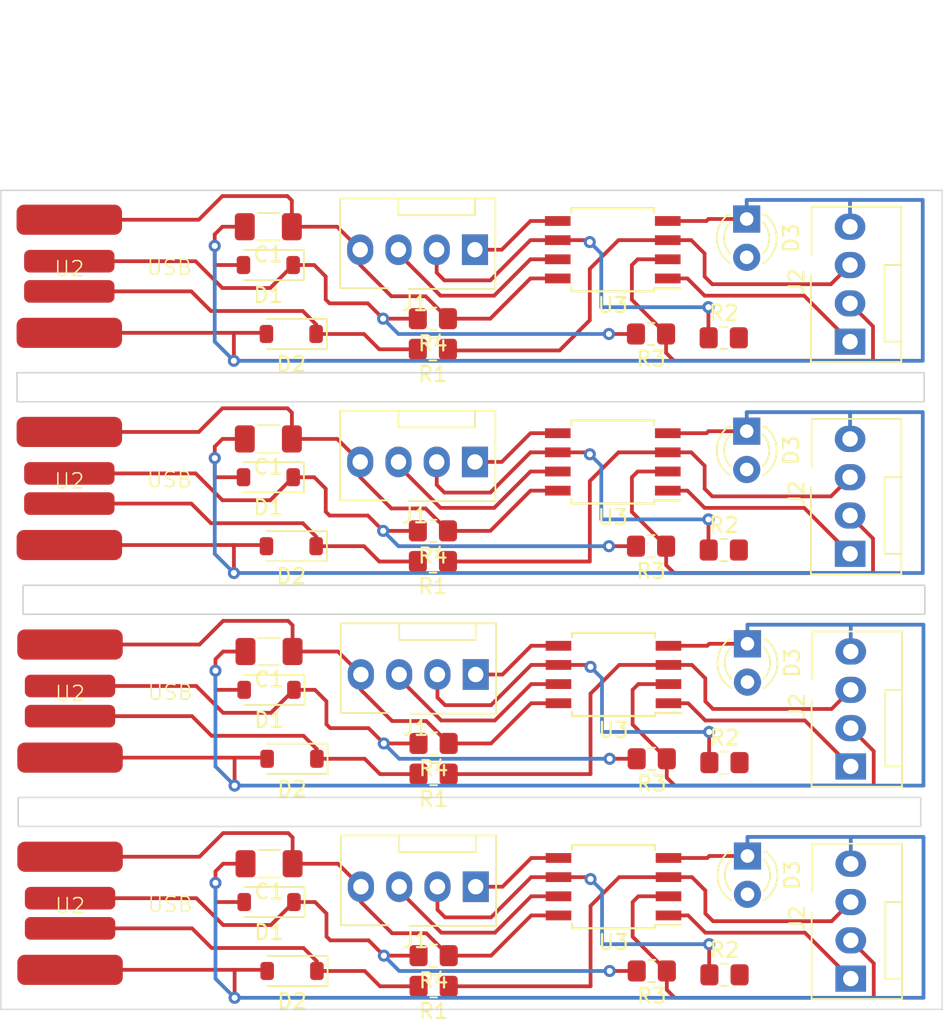
<source format=kicad_pcb>
(kicad_pcb (version 20221018) (generator pcbnew)
  (layers (0 "F.Cu" signal) (31 "B.Cu" signal) (34 "B.Paste" user) (35 "F.Paste" user) (36 "B.SilkS" user "B.Silkscreen") (37 "F.SilkS" user "F.Silkscreen") (38 "B.Mask" user) (39 "F.Mask" user) (44 "Edge.Cuts" user))
  (net 0 "")
  (net 1 "+5V")
  (net 2 "GND")
  (net 3 "Net-(D1-K)")
  (net 4 "Net-(D2-K)")
  (net 5 "Net-(D3-A)")
  (net 6 "Net-(J1-Pin_1)")
  (net 7 "Net-(J1-Pin_2)")
  (net 8 "Net-(J1-Pin_3)")
  (net 9 "Net-(J2-Pin_1)")
  (net 10 "Net-(J2-Pin_2)")
  (net 11 "Net-(J2-Pin_3)")
  (footprint "Resistor_SMD:R_0805_2012Metric_Pad1.20x1.40mm_HandSolder" (layer "F.Cu") (at 99.0626 65.3796 180)
    (fp_text reference "R1")
    (fp_text value "68R")
  )
  (footprint "Package_SO:SOIC-8W_5.3x5.3mm_P1.27mm" (layer "F.Cu") (at 110.998 44.704 180)
    (fp_text reference "U3")
    (fp_text value "ATtiny85-20S")
  )
  (footprint "Resistor_SMD:R_0805_2012Metric_Pad1.20x1.40mm_HandSolder" (layer "F.Cu") (at 99.0626 63.3476 180)
    (fp_text reference "R4")
    (fp_text value "1k5")
  )
  (footprint "Connector:FanPinHeader_1x04_P2.54mm_Vertical" (layer "F.Cu") (at 101.854 44.704 180)
    (fp_text reference "J1")
    (fp_text value "Conn_01x04")
  )
  (footprint "Diode_SMD:D_SOD-123" (layer "F.Cu") (at 88.1888 87.9602 180)
    (fp_text reference "D1")
    (fp_text value "3v6")
  )
  (footprint "Resistor_SMD:R_0805_2012Metric_Pad1.20x1.40mm_HandSolder" (layer "F.Cu") (at 113.5888 92.5322 180)
    (fp_text reference "R3")
    (fp_text value "68R")
  )
  (footprint "Resistor_SMD:R_0805_2012Metric_Pad1.20x1.40mm_HandSolder" (layer "F.Cu") (at 118.364 50.546)
    (fp_text reference "R2")
    (fp_text value "330R")
  )
  (footprint "Diode_SMD:D_SOD-123" (layer "F.Cu") (at 88.1862 73.8886 180)
    (fp_text reference "D1")
    (fp_text value "3v6")
  )
  (footprint "Connector:FanPinHeader_1x04_P2.54mm_Vertical" (layer "F.Cu") (at 126.7486 64.8716 90)
    (fp_text reference "J2")
    (fp_text value "Conn_01x04")
  )
  (footprint "Resistor_SMD:R_0805_2012Metric_Pad1.20x1.40mm_HandSolder" (layer "F.Cu") (at 113.5862 78.4606 180)
    (fp_text reference "R3")
    (fp_text value "68R")
  )
  (footprint "Diode_SMD:D_SOD-123" (layer "F.Cu") (at 89.7102 78.4606 180)
    (fp_text reference "D2")
    (fp_text value "3v6")
  )
  (footprint "Diode_SMD:D_SOD-123" (layer "F.Cu") (at 89.7128 92.5322 180)
    (fp_text reference "D2")
    (fp_text value "3v6")
  )
  (footprint "Capacitor_SMD:C_1206_3216Metric_Pad1.33x1.80mm_HandSolder" (layer "F.Cu") (at 88.1406 57.2516 180)
    (fp_text reference "C1")
    (fp_text value "100n")
  )
  (footprint "LED_THT:LED_D3.0mm" (layer "F.Cu") (at 119.888 42.667 -90)
    (fp_text reference "D3")
    (fp_text value "LED" hide)
  )
  (footprint "Resistor_SMD:R_0805_2012Metric_Pad1.20x1.40mm_HandSolder" (layer "F.Cu") (at 99.1082 79.4766 180)
    (fp_text reference "R1")
    (fp_text value "68R")
  )
  (footprint "Capacitor_SMD:C_1206_3216Metric_Pad1.33x1.80mm_HandSolder" (layer "F.Cu") (at 88.1888 85.4202 180)
    (fp_text reference "C1")
    (fp_text value "100n")
  )
  (footprint "LED_THT:LED_D3.0mm" (layer "F.Cu") (at 119.9388 84.9072 -90)
    (fp_text reference "D3")
    (fp_text value "LED" hide)
  )
  (footprint "Connector:FanPinHeader_1x04_P2.54mm_Vertical" (layer "F.Cu") (at 101.9022 72.8726 180)
    (fp_text reference "J1")
    (fp_text value "Conn_01x04")
  )
  (footprint "Connector:FanPinHeader_1x04_P2.54mm_Vertical" (layer "F.Cu") (at 126.7942 78.9686 90)
    (fp_text reference "J2")
    (fp_text value "Conn_01x04")
  )
  (footprint "Connector:FanPinHeader_1x04_P2.54mm_Vertical" (layer "F.Cu") (at 126.746 50.8 90)
    (fp_text reference "J2")
    (fp_text value "Conn_01x04")
  )
  (footprint "LED_THT:LED_D3.0mm" (layer "F.Cu") (at 119.9362 70.8356 -90)
    (fp_text reference "D3")
    (fp_text value "LED" hide)
  )
  (footprint "Capacitor_SMD:C_1206_3216Metric_Pad1.33x1.80mm_HandSolder" (layer "F.Cu") (at 88.1862 71.3486 180)
    (fp_text reference "C1")
    (fp_text value "100n")
  )
  (footprint "Diode_SMD:D_SOD-123" (layer "F.Cu") (at 89.6646 64.3636 180)
    (fp_text reference "D2")
    (fp_text value "3v6")
  )
  (footprint "Capacitor_SMD:C_1206_3216Metric_Pad1.33x1.80mm_HandSolder" (layer "F.Cu") (at 88.138 43.18 180)
    (fp_text reference "C1")
    (fp_text value "100n")
  )
  (footprint "Resistor_SMD:R_0805_2012Metric_Pad1.20x1.40mm_HandSolder" (layer "F.Cu") (at 118.4122 78.7146)
    (fp_text reference "R2")
    (fp_text value "330R")
  )
  (footprint "Resistor_SMD:R_0805_2012Metric_Pad1.20x1.40mm_HandSolder" (layer "F.Cu") (at 99.1082 77.4446 180)
    (fp_text reference "R4")
    (fp_text value "1k5")
  )
  (footprint "Connector:FanPinHeader_1x04_P2.54mm_Vertical" (layer "F.Cu") (at 126.7968 93.0402 90)
    (fp_text reference "J2")
    (fp_text value "Conn_01x04")
  )
  (footprint "1_My_custom_library:PCB_USB_Connector" (layer "F.Cu") (at 74.9782 74.6346)
    (fp_text reference "U2")
    (fp_text value "~")
  )
  (footprint "Connector:FanPinHeader_1x04_P2.54mm_Vertical" (layer "F.Cu") (at 101.9048 86.9442 180)
    (fp_text reference "J1")
    (fp_text value "Conn_01x04")
  )
  (footprint "Resistor_SMD:R_0805_2012Metric_Pad1.20x1.40mm_HandSolder" (layer "F.Cu") (at 99.1108 91.5162 180)
    (fp_text reference "R4")
    (fp_text value "1k5")
  )
  (footprint "Diode_SMD:D_SOD-123" (layer "F.Cu") (at 88.138 45.72 180)
    (fp_text reference "D1")
    (fp_text value "3v6")
  )
  (footprint "Resistor_SMD:R_0805_2012Metric_Pad1.20x1.40mm_HandSolder" (layer "F.Cu") (at 99.1108 93.5482 180)
    (fp_text reference "R1")
    (fp_text value "68R")
  )
  (footprint "Resistor_SMD:R_0805_2012Metric_Pad1.20x1.40mm_HandSolder" (layer "F.Cu") (at 99.06 51.308 180)
    (fp_text reference "R1")
    (fp_text value "68R")
  )
  (footprint "Diode_SMD:D_SOD-123" (layer "F.Cu") (at 89.662 50.292 180)
    (fp_text reference "D2")
    (fp_text value "3v6")
  )
  (footprint "Resistor_SMD:R_0805_2012Metric_Pad1.20x1.40mm_HandSolder" (layer "F.Cu") (at 99.06 49.276 180)
    (fp_text reference "R4")
    (fp_text value "1k5")
  )
  (footprint "1_My_custom_library:PCB_USB_Connector" (layer "F.Cu") (at 74.9326 60.5376)
    (fp_text reference "U2")
    (fp_text value "~")
  )
  (footprint "1_My_custom_library:PCB_USB_Connector" (layer "F.Cu") (at 74.93 46.466)
    (fp_text reference "U2")
    (fp_text value "~")
  )
  (footprint "Resistor_SMD:R_0805_2012Metric_Pad1.20x1.40mm_HandSolder" (layer "F.Cu") (at 113.5406 64.3636 180)
    (fp_text reference "R3")
    (fp_text value "68R")
  )
  (footprint "Resistor_SMD:R_0805_2012Metric_Pad1.20x1.40mm_HandSolder" (layer "F.Cu") (at 118.3666 64.6176)
    (fp_text reference "R2")
    (fp_text value "330R")
  )
  (footprint "Package_SO:SOIC-8W_5.3x5.3mm_P1.27mm" (layer "F.Cu") (at 111.0006 58.7756 180)
    (fp_text reference "U3")
    (fp_text value "ATtiny85-20S")
  )
  (footprint "Resistor_SMD:R_0805_2012Metric_Pad1.20x1.40mm_HandSolder" (layer "F.Cu") (at 113.538 50.292 180)
    (fp_text reference "R3")
    (fp_text value "68R")
  )
  (footprint "Diode_SMD:D_SOD-123" (layer "F.Cu") (at 88.1406 59.7916 180)
    (fp_text reference "D1")
    (fp_text value "3v6")
  )
  (footprint "Connector:FanPinHeader_1x04_P2.54mm_Vertical" (layer "F.Cu") (at 101.8566 58.7756 180)
    (fp_text reference "J1")
    (fp_text value "Conn_01x04")
  )
  (footprint "LED_THT:LED_D3.0mm" (layer "F.Cu") (at 119.8906 56.7386 -90)
    (fp_text reference "D3")
    (fp_text value "LED" hide)
  )
  (footprint "Package_SO:SOIC-8W_5.3x5.3mm_P1.27mm" (layer "F.Cu") (at 111.0462 72.8726 180)
    (fp_text reference "U3")
    (fp_text value "ATtiny85-20S")
  )
  (footprint "Resistor_SMD:R_0805_2012Metric_Pad1.20x1.40mm_HandSolder" (layer "F.Cu") (at 118.4148 92.7862)
    (fp_text reference "R2")
    (fp_text value "330R")
  )
  (footprint "Package_SO:SOIC-8W_5.3x5.3mm_P1.27mm" (layer "F.Cu") (at 111.0488 86.9442 180)
    (fp_text reference "U3")
    (fp_text value "ATtiny85-20S")
  )
  (footprint "1_My_custom_library:PCB_USB_Connector" (layer "F.Cu") (at 74.9808 88.7062)
    (fp_text reference "U2")
    (fp_text value "~")
  )
  (gr_rect (start 103.4542 28.2448) (end 103.4542 28.2448) (stroke (width 0.2)) (fill none) (layer "B.Cu"))
  (gr_rect (start 71.5346 81.026) (end 131.4368 82.9498) (stroke (width 0.1)) (fill none) (layer "Edge.Cuts"))
  (gr_rect (start 71.8622 66.9544) (end 131.7136 68.8782) (stroke (width 0.1)) (fill none) (layer "Edge.Cuts"))
  (gr_rect (start 71.461 52.8574) (end 131.668 54.7812) (stroke (width 0.1)) (fill none) (layer "Edge.Cuts"))
  (gr_rect (start 70.3808 40.767) (end 132.87 95.0802) (stroke (width 0.1)) (fill none) (layer "Edge.Cuts"))
  (segment (start 74.9326 56.7876) (end 83.5246 56.7876) (width 0.25) (layer "F.Cu") (net 1))
  (segment (start 102.87 49.276) (end 105.537 46.609) (width 0.25) (layer "F.Cu") (net 1))
  (segment (start 98.6212 75.9576) (end 96.3512 75.9576) (width 0.25) (layer "F.Cu") (net 1))
  (segment (start 105.5396 60.6806) (end 107.3506 60.6806) (width 0.25) (layer "F.Cu") (net 1))
  (segment (start 94.234 45.72) (end 94.234 44.704) (width 0.25) (layer "F.Cu") (net 1))
  (segment (start 85.0926 55.2196) (end 89.4106 55.2196) (width 0.25) (layer "F.Cu") (net 1))
  (segment (start 74.93 42.716) (end 83.522 42.716) (width 0.25) (layer "F.Cu") (net 1))
  (segment (start 83.522 42.716) (end 85.09 41.148) (width 0.25) (layer "F.Cu") (net 1))
  (segment (start 89.7005 43.18) (end 92.71 43.18) (width 0.25) (layer "F.Cu") (net 1))
  (segment (start 105.5852 74.7776) (end 107.3962 74.7776) (width 0.25) (layer "F.Cu") (net 1))
  (segment (start 89.7513 83.6807) (end 89.7513 85.4202) (width 0.25) (layer "F.Cu") (net 1))
  (segment (start 89.7005 41.4405) (end 89.7005 43.18) (width 0.25) (layer "F.Cu") (net 1))
  (segment (start 98.6238 90.0292) (end 96.3538 90.0292) (width 0.25) (layer "F.Cu") (net 1))
  (segment (start 98.573 47.789) (end 96.303 47.789) (width 0.25) (layer "F.Cu") (net 1))
  (segment (start 100.1108 91.5162) (end 102.9208 91.5162) (width 0.25) (layer "F.Cu") (net 1))
  (segment (start 105.537 46.609) (end 107.348 46.609) (width 0.25) (layer "F.Cu") (net 1))
  (segment (start 100.0626 63.3476) (end 98.5756 61.8606) (width 0.25) (layer "F.Cu") (net 1))
  (segment (start 89.7031 57.2516) (end 92.7126 57.2516) (width 0.25) (layer "F.Cu") (net 1))
  (segment (start 92.7126 57.2516) (end 94.2366 58.7756) (width 0.25) (layer "F.Cu") (net 1))
  (segment (start 96.3056 61.8606) (end 94.2366 59.7916) (width 0.25) (layer "F.Cu") (net 1))
  (segment (start 100.06 49.276) (end 98.573 47.789) (width 0.25) (layer "F.Cu") (net 1))
  (segment (start 102.9208 91.5162) (end 105.5878 88.8492) (width 0.25) (layer "F.Cu") (net 1))
  (segment (start 100.1108 91.5162) (end 98.6238 90.0292) (width 0.25) (layer "F.Cu") (net 1))
  (segment (start 83.5246 56.7876) (end 85.0926 55.2196) (width 0.25) (layer "F.Cu") (net 1))
  (segment (start 94.2848 87.9602) (end 94.2848 86.9442) (width 0.25) (layer "F.Cu") (net 1))
  (segment (start 92.71 43.18) (end 94.234 44.704) (width 0.25) (layer "F.Cu") (net 1))
  (segment (start 74.9782 70.8846) (end 83.5702 70.8846) (width 0.25) (layer "F.Cu") (net 1))
  (segment (start 94.2366 59.7916) (end 94.2366 58.7756) (width 0.25) (layer "F.Cu") (net 1))
  (segment (start 89.7513 85.4202) (end 92.7608 85.4202) (width 0.25) (layer "F.Cu") (net 1))
  (segment (start 89.7487 69.6091) (end 89.7487 71.3486) (width 0.25) (layer "F.Cu") (net 1))
  (segment (start 96.303 47.789) (end 94.234 45.72) (width 0.25) (layer "F.Cu") (net 1))
  (segment (start 89.7487 71.3486) (end 92.7582 71.3486) (width 0.25) (layer "F.Cu") (net 1))
  (segment (start 89.7031 55.5121) (end 89.7031 57.2516) (width 0.25) (layer "F.Cu") (net 1))
  (segment (start 100.06 49.276) (end 102.87 49.276) (width 0.25) (layer "F.Cu") (net 1))
  (segment (start 89.4106 55.2196) (end 89.7031 55.5121) (width 0.25) (layer "F.Cu") (net 1))
  (segment (start 102.9182 77.4446) (end 105.5852 74.7776) (width 0.25) (layer "F.Cu") (net 1))
  (segment (start 102.8726 63.3476) (end 105.5396 60.6806) (width 0.25) (layer "F.Cu") (net 1))
  (segment (start 100.1082 77.4446) (end 98.6212 75.9576) (width 0.25) (layer "F.Cu") (net 1))
  (segment (start 105.5878 88.8492) (end 107.3988 88.8492) (width 0.25) (layer "F.Cu") (net 1))
  (segment (start 100.1082 77.4446) (end 102.9182 77.4446) (width 0.25) (layer "F.Cu") (net 1))
  (segment (start 94.2822 73.8886) (end 94.2822 72.8726) (width 0.25) (layer "F.Cu") (net 1))
  (segment (start 83.5702 70.8846) (end 85.1382 69.3166) (width 0.25) (layer "F.Cu") (net 1))
  (segment (start 96.3512 75.9576) (end 94.2822 73.8886) (width 0.25) (layer "F.Cu") (net 1))
  (segment (start 85.1382 69.3166) (end 89.4562 69.3166) (width 0.25) (layer "F.Cu") (net 1))
  (segment (start 89.408 41.148) (end 89.7005 41.4405) (width 0.25) (layer "F.Cu") (net 1))
  (segment (start 92.7582 71.3486) (end 94.2822 72.8726) (width 0.25) (layer "F.Cu") (net 1))
  (segment (start 85.09 41.148) (end 89.408 41.148) (width 0.25) (layer "F.Cu") (net 1))
  (segment (start 89.4588 83.3882) (end 89.7513 83.6807) (width 0.25) (layer "F.Cu") (net 1))
  (segment (start 96.3538 90.0292) (end 94.2848 87.9602) (width 0.25) (layer "F.Cu") (net 1))
  (segment (start 89.4562 69.3166) (end 89.7487 69.6091) (width 0.25) (layer "F.Cu") (net 1))
  (segment (start 98.5756 61.8606) (end 96.3056 61.8606) (width 0.25) (layer "F.Cu") (net 1))
  (segment (start 85.1408 83.3882) (end 89.4588 83.3882) (width 0.25) (layer "F.Cu") (net 1))
  (segment (start 74.9808 84.9562) (end 83.5728 84.9562) (width 0.25) (layer "F.Cu") (net 1))
  (segment (start 100.0626 63.3476) (end 102.8726 63.3476) (width 0.25) (layer "F.Cu") (net 1))
  (segment (start 92.7608 85.4202) (end 94.2848 86.9442) (width 0.25) (layer "F.Cu") (net 1))
  (segment (start 83.5728 84.9562) (end 85.1408 83.3882) (width 0.25) (layer "F.Cu") (net 1))
  (segment (start 85.8546 64.2876) (end 87.9386 64.2876) (width 0.25) (layer "F.Cu") (net 2))
  (segment (start 117.2692 70.9676) (end 114.6962 70.9676) (width 0.25) (layer "F.Cu") (net 2))
  (segment (start 85.1408 85.4202) (end 86.6263 85.4202) (width 0.25) (layer "F.Cu") (net 2))
  (segment (start 117.2718 85.0392) (end 114.6988 85.0392) (width 0.25) (layer "F.Cu") (net 2))
  (segment (start 74.9808 92.4562) (end 85.9028 92.4562) (width 0.25) (layer "F.Cu") (net 2))
  (segment (start 85.8546 64.2876) (end 85.8546 66.1416) (width 0.25) (layer "F.Cu") (net 2))
  (segment (start 117.353 42.667) (end 117.221 42.799) (width 0.25) (layer "F.Cu") (net 2))
  (segment (start 85.9002 78.3846) (end 85.9002 80.2386) (width 0.25) (layer "F.Cu") (net 2))
  (segment (start 74.93 50.216) (end 85.852 50.216) (width 0.25) (layer "F.Cu") (net 2))
  (segment (start 74.9326 64.2876) (end 85.8546 64.2876) (width 0.25) (layer "F.Cu") (net 2))
  (segment (start 119.888 42.667) (end 117.353 42.667) (width 0.25) (layer "F.Cu") (net 2))
  (segment (start 117.3556 56.7386) (end 117.2236 56.8706) (width 0.25) (layer "F.Cu") (net 2))
  (segment (start 84.5846 57.7596) (end 85.0926 57.2516) (width 0.25) (layer "F.Cu") (net 2))
  (segment (start 84.582 44.45) (end 84.582 43.688) (width 0.25) (layer "F.Cu") (net 2))
  (segment (start 74.9782 78.3846) (end 85.9002 78.3846) (width 0.25) (layer "F.Cu") (net 2))
  (segment (start 84.582 45.72) (end 86.488 45.72) (width 0.25) (layer "F.Cu") (net 2))
  (segment (start 84.6302 72.6186) (end 84.6302 73.8886) (width 0.25) (layer "F.Cu") (net 2))
  (segment (start 85.852 50.216) (end 85.852 52.07) (width 0.25) (layer "F.Cu") (net 2))
  (segment (start 85.9028 92.4562) (end 85.9028 94.3102) (width 0.25) (layer "F.Cu") (net 2))
  (segment (start 84.582 44.45) (end 84.582 45.72) (width 0.25) (layer "F.Cu") (net 2))
  (segment (start 84.6302 72.6186) (end 84.6302 71.8566) (width 0.25) (layer "F.Cu") (net 2))
  (segment (start 117.4038 84.9072) (end 117.2718 85.0392) (width 0.25) (layer "F.Cu") (net 2))
  (segment (start 85.852 50.216) (end 87.936 50.216) (width 0.25) (layer "F.Cu") (net 2))
  (segment (start 87.9842 78.3846) (end 88.0602 78.4606) (width 0.25) (layer "F.Cu") (net 2))
  (segment (start 84.6328 86.6902) (end 84.6328 85.9282) (width 0.25) (layer "F.Cu") (net 2))
  (segment (start 84.6328 85.9282) (end 85.1408 85.4202) (width 0.25) (layer "F.Cu") (net 2))
  (segment (start 85.9028 92.4562) (end 87.9868 92.4562) (width 0.25) (layer "F.Cu") (net 2))
  (segment (start 87.9868 92.4562) (end 88.0628 92.5322) (width 0.25) (layer "F.Cu") (net 2))
  (segment (start 119.8906 56.7386) (end 117.3556 56.7386) (width 0.25) (layer "F.Cu") (net 2))
  (segment (start 87.936 50.216) (end 88.012 50.292) (width 0.25) (layer "F.Cu") (net 2))
  (segment (start 84.6328 87.9602) (end 86.5388 87.9602) (width 0.25) (layer "F.Cu") (net 2))
  (segment (start 84.5846 59.7916) (end 86.4906 59.7916) (width 0.25) (layer "F.Cu") (net 2))
  (segment (start 84.5846 58.5216) (end 84.5846 59.7916) (width 0.25) (layer "F.Cu") (net 2))
  (segment (start 85.0926 57.2516) (end 86.5781 57.2516) (width 0.25) (layer "F.Cu") (net 2))
  (segment (start 119.9362 70.8356) (end 117.4012 70.8356) (width 0.25) (layer "F.Cu") (net 2))
  (segment (start 119.9388 84.9072) (end 117.4038 84.9072) (width 0.25) (layer "F.Cu") (net 2))
  (segment (start 85.9002 78.3846) (end 87.9842 78.3846) (width 0.25) (layer "F.Cu") (net 2))
  (segment (start 117.221 42.799) (end 114.648 42.799) (width 0.25) (layer "F.Cu") (net 2))
  (segment (start 84.6328 86.6902) (end 84.6328 87.9602) (width 0.25) (layer "F.Cu") (net 2))
  (segment (start 85.1382 71.3486) (end 86.6237 71.3486) (width 0.25) (layer "F.Cu") (net 2))
  (segment (start 84.6302 71.8566) (end 85.1382 71.3486) (width 0.25) (layer "F.Cu") (net 2))
  (segment (start 87.9386 64.2876) (end 88.0146 64.3636) (width 0.25) (layer "F.Cu") (net 2))
  (segment (start 84.582 43.688) (end 85.09 43.18) (width 0.25) (layer "F.Cu") (net 2))
  (segment (start 117.2236 56.8706) (end 114.6506 56.8706) (width 0.25) (layer "F.Cu") (net 2))
  (segment (start 84.5846 58.5216) (end 84.5846 57.7596) (width 0.25) (layer "F.Cu") (net 2))
  (segment (start 117.4012 70.8356) (end 117.2692 70.9676) (width 0.25) (layer "F.Cu") (net 2))
  (segment (start 84.6302 73.8886) (end 86.5362 73.8886) (width 0.25) (layer "F.Cu") (net 2))
  (segment (start 85.09 43.18) (end 86.5755 43.18) (width 0.25) (layer "F.Cu") (net 2))
  (via (at 85.8546 66.1416) (size 0.8) (drill 0.4) (layers "F.Cu" "B.Cu") (net 2))
  (via (at 84.6328 86.6902) (size 0.8) (drill 0.4) (layers "F.Cu" "B.Cu") (net 2))
  (via (at 84.582 44.45) (size 0.8) (drill 0.4) (layers "F.Cu" "B.Cu") (net 2))
  (via (at 85.9002 80.2386) (size 0.8) (drill 0.4) (layers "F.Cu" "B.Cu") (net 2))
  (via (at 85.852 52.07) (size 0.8) (drill 0.4) (layers "F.Cu" "B.Cu") (net 2))
  (via (at 84.5846 58.5216) (size 0.8) (drill 0.4) (layers "F.Cu" "B.Cu") (net 2))
  (via (at 84.6302 72.6186) (size 0.8) (drill 0.4) (layers "F.Cu" "B.Cu") (net 2))
  (via (at 85.9028 94.3102) (size 0.8) (drill 0.4) (layers "F.Cu" "B.Cu") (net 2))
  (segment (start 131.5746 55.4736) (end 126.7486 55.4736) (width 0.25) (layer "B.Cu") (net 2))
  (segment (start 131.6202 80.2386) (end 131.6202 69.5706) (width 0.25) (layer "B.Cu") (net 2))
  (segment (start 84.6328 93.0402) (end 84.6328 86.6902) (width 0.25) (layer "B.Cu") (net 2))
  (segment (start 84.6302 78.9686) (end 84.6302 72.6186) (width 0.25) (layer "B.Cu") (net 2))
  (segment (start 85.852 52.07) (end 84.582 50.8) (width 0.25) (layer "B.Cu") (net 2))
  (segment (start 85.8546 66.1416) (end 84.5846 64.8716) (width 0.25) (layer "B.Cu") (net 2))
  (segment (start 126.7968 83.6422) (end 126.7968 85.4202) (width 0.25) (layer "B.Cu") (net 2))
  (segment (start 85.9002 80.2386) (end 131.6202 80.2386) (width 0.25) (layer "B.Cu") (net 2))
  (segment (start 131.6228 83.6422) (end 126.7968 83.6422) (width 0.25) (layer "B.Cu") (net 2))
  (segment (start 131.572 52.07) (end 131.572 41.402) (width 0.25) (layer "B.Cu") (net 2))
  (segment (start 119.9362 69.5706) (end 119.9362 70.8356) (width 0.25) (layer "B.Cu") (net 2))
  (segment (start 126.746 41.402) (end 126.746 43.18) (width 0.25) (layer "B.Cu") (net 2))
  (segment (start 84.582 50.8) (end 84.582 44.45) (width 0.25) (layer "B.Cu") (net 2))
  (segment (start 131.5746 66.1416) (end 131.5746 55.4736) (width 0.25) (layer "B.Cu") (net 2))
  (segment (start 126.7968 83.6422) (end 119.9388 83.6422) (width 0.25) (layer "B.Cu") (net 2))
  (segment (start 126.7942 69.5706) (end 126.7942 71.3486) (width 0.25) (layer "B.Cu") (net 2))
  (segment (start 126.7942 69.5706) (end 119.9362 69.5706) (width 0.25) (layer "B.Cu") (net 2))
  (segment (start 126.7486 55.4736) (end 126.7486 57.2516) (width 0.25) (layer "B.Cu") (net 2))
  (segment (start 131.572 41.402) (end 126.746 41.402) (width 0.25) (layer "B.Cu") (net 2))
  (segment (start 119.8906 55.4736) (end 119.8906 56.7386) (width 0.25) (layer "B.Cu") (net 2))
  (segment (start 131.6202 69.5706) (end 126.7942 69.5706) (width 0.25) (layer "B.Cu") (net 2))
  (segment (start 119.888 41.402) (end 119.888 42.667) (width 0.25) (layer "B.Cu") (net 2))
  (segment (start 85.8546 66.1416) (end 131.5746 66.1416) (width 0.25) (layer "B.Cu") (net 2))
  (segment (start 84.5846 64.8716) (end 84.5846 58.5216) (width 0.25) (layer "B.Cu") (net 2))
  (segment (start 126.7486 55.4736) (end 119.8906 55.4736) (width 0.25) (layer "B.Cu") (net 2))
  (segment (start 126.746 41.402) (end 119.888 41.402) (width 0.25) (layer "B.Cu") (net 2))
  (segment (start 131.6228 94.3102) (end 131.6228 83.6422) (width 0.25) (layer "B.Cu") (net 2))
  (segment (start 85.9028 94.3102) (end 131.6228 94.3102) (width 0.25) (layer "B.Cu") (net 2))
  (segment (start 85.9002 80.2386) (end 84.6302 78.9686) (width 0.25) (layer "B.Cu") (net 2))
  (segment (start 85.9028 94.3102) (end 84.6328 93.0402) (width 0.25) (layer "B.Cu") (net 2))
  (segment (start 119.9388 83.6422) (end 119.9388 84.9072) (width 0.25) (layer "B.Cu") (net 2))
  (segment (start 85.852 52.07) (end 131.572 52.07) (width 0.25) (layer "B.Cu") (net 2))
  (segment (start 74.9326 59.5376) (end 83.3146 59.5376) (width 0.25) (layer "F.Cu") (net 3))
  (segment (start 92.202 48.26) (end 94.742 48.26) (width 0.25) (layer "F.Cu") (net 3))
  (segment (start 83.3602 73.6346) (end 85.1382 75.4126) (width 0.25) (layer "F.Cu") (net 3))
  (segment (start 95.7606 63.3476) (end 98.0626 63.3476) (width 0.25) (layer "F.Cu") (net 3))
  (segment (start 89.7906 59.7916) (end 91.1886 59.7916) (width 0.25) (layer "F.Cu") (net 3))
  (segment (start 110.7948 92.5322) (end 112.5888 92.5322) (width 0.25) (layer "F.Cu") (net 3))
  (segment (start 91.9988 90.2462) (end 92.2528 90.5002) (width 0.25) (layer "F.Cu") (net 3))
  (segment (start 89.788 45.72) (end 91.186 45.72) (width 0.25) (layer "F.Cu") (net 3))
  (segment (start 94.7928 90.5002) (end 95.8088 91.5162) (width 0.25) (layer "F.Cu") (net 3))
  (segment (start 110.7466 64.3636) (end 112.5406 64.3636) (width 0.25) (layer "F.Cu") (net 3))
  (segment (start 88.3122 75.4126) (end 89.8362 73.8886) (width 0.25) (layer "F.Cu") (net 3))
  (segment (start 88.3148 89.4842) (end 89.8388 87.9602) (width 0.25) (layer "F.Cu") (net 3))
  (segment (start 91.9506 60.5536) (end 91.9506 62.0776) (width 0.25) (layer "F.Cu") (net 3))
  (segment (start 91.9962 76.1746) (end 92.2502 76.4286) (width 0.25) (layer "F.Cu") (net 3))
  (segment (start 94.742 48.26) (end 95.758 49.276) (width 0.25) (layer "F.Cu") (net 3))
  (segment (start 92.2502 76.4286) (end 94.7902 76.4286) (width 0.25) (layer "F.Cu") (net 3))
  (segment (start 94.7902 76.4286) (end 95.8062 77.4446) (width 0.25) (layer "F.Cu") (net 3))
  (segment (start 85.1382 75.4126) (end 88.3122 75.4126) (width 0.25) (layer "F.Cu") (net 3))
  (segment (start 92.2528 90.5002) (end 94.7928 90.5002) (width 0.25) (layer "F.Cu") (net 3))
  (segment (start 92.2046 62.3316) (end 94.7446 62.3316) (width 0.25) (layer "F.Cu") (net 3))
  (segment (start 85.1408 89.4842) (end 88.3148 89.4842) (width 0.25) (layer "F.Cu") (net 3))
  (segment (start 74.93 45.466) (end 83.312 45.466) (width 0.25) (layer "F.Cu") (net 3))
  (segment (start 89.8388 87.9602) (end 91.2368 87.9602) (width 0.25) (layer "F.Cu") (net 3))
  (segment (start 91.186 45.72) (end 91.948 46.482) (width 0.25) (layer "F.Cu") (net 3))
  (segment (start 110.7922 78.4606) (end 112.5862 78.4606) (width 0.25) (layer "F.Cu") (net 3))
  (segment (start 85.0926 61.3156) (end 88.2666 61.3156) (width 0.25) (layer "F.Cu") (net 3))
  (segment (start 95.8062 77.4446) (end 98.1082 77.4446) (width 0.25) (layer "F.Cu") (net 3))
  (segment (start 91.9962 74.6506) (end 91.9962 76.1746) (width 0.25) (layer "F.Cu") (net 3))
  (segment (start 88.264 47.244) (end 89.788 45.72) (width 0.25) (layer "F.Cu") (net 3))
  (segment (start 91.948 46.482) (end 91.948 48.006) (width 0.25) (layer "F.Cu") (net 3))
  (segment (start 91.9506 62.0776) (end 92.2046 62.3316) (width 0.25) (layer "F.Cu") (net 3))
  (segment (start 74.9808 87.7062) (end 83.3628 87.7062) (width 0.25) (layer "F.Cu") (net 3))
  (segment (start 91.948 48.006) (end 92.202 48.26) (width 0.25) (layer "F.Cu") (net 3))
  (segment (start 91.2368 87.9602) (end 91.9988 88.7222) (width 0.25) (layer "F.Cu") (net 3))
  (segment (start 83.312 45.466) (end 85.09 47.244) (width 0.25) (layer "F.Cu") (net 3))
  (segment (start 85.09 47.244) (end 88.264 47.244) (width 0.25) (layer "F.Cu") (net 3))
  (segment (start 91.2342 73.8886) (end 91.9962 74.6506) (width 0.25) (layer "F.Cu") (net 3))
  (segment (start 110.744 50.292) (end 112.538 50.292) (width 0.25) (layer "F.Cu") (net 3))
  (segment (start 95.758 49.276) (end 98.06 49.276) (width 0.25) (layer "F.Cu") (net 3))
  (segment (start 88.2666 61.3156) (end 89.7906 59.7916) (width 0.25) (layer "F.Cu") (net 3))
  (segment (start 95.8088 91.5162) (end 98.1108 91.5162) (width 0.25) (layer "F.Cu") (net 3))
  (segment (start 74.9782 73.6346) (end 83.3602 73.6346) (width 0.25) (layer "F.Cu") (net 3))
  (segment (start 89.8362 73.8886) (end 91.2342 73.8886) (width 0.25) (layer "F.Cu") (net 3))
  (segment (start 91.1886 59.7916) (end 91.9506 60.5536) (width 0.25) (layer "F.Cu") (net 3))
  (segment (start 83.3146 59.5376) (end 85.0926 61.3156) (width 0.25) (layer "F.Cu") (net 3))
  (segment (start 91.9988 88.7222) (end 91.9988 90.2462) (width 0.25) (layer "F.Cu") (net 3))
  (segment (start 94.7446 62.3316) (end 95.7606 63.3476) (width 0.25) (layer "F.Cu") (net 3))
  (segment (start 83.3628 87.7062) (end 85.1408 89.4842) (width 0.25) (layer "F.Cu") (net 3))
  (via (at 95.758 49.276) (size 0.8) (drill 0.4) (layers "F.Cu" "B.Cu") (net 3))
  (via (at 95.8062 77.4446) (size 0.8) (drill 0.4) (layers "F.Cu" "B.Cu") (net 3))
  (via (at 110.744 50.292) (size 0.8) (drill 0.4) (layers "F.Cu" "B.Cu") (net 3))
  (via (at 95.8088 91.5162) (size 0.8) (drill 0.4) (layers "F.Cu" "B.Cu") (net 3))
  (via (at 110.7466 64.3636) (size 0.8) (drill 0.4) (layers "F.Cu" "B.Cu") (net 3))
  (via (at 110.7948 92.5322) (size 0.8) (drill 0.4) (layers "F.Cu" "B.Cu") (net 3))
  (via (at 110.7922 78.4606) (size 0.8) (drill 0.4) (layers "F.Cu" "B.Cu") (net 3))
  (via (at 95.7606 63.3476) (size 0.8) (drill 0.4) (layers "F.Cu" "B.Cu") (net 3))
  (segment (start 95.758 49.276) (end 96.774 50.292) (width 0.25) (layer "B.Cu") (net 3))
  (segment (start 96.774 50.292) (end 110.744 50.292) (width 0.25) (layer "B.Cu") (net 3))
  (segment (start 95.7606 63.3476) (end 96.7766 64.3636) (width 0.25) (layer "B.Cu") (net 3))
  (segment (start 96.8222 78.4606) (end 110.7922 78.4606) (width 0.25) (layer "B.Cu") (net 3))
  (segment (start 96.8248 92.5322) (end 110.7948 92.5322) (width 0.25) (layer "B.Cu") (net 3))
  (segment (start 96.7766 64.3636) (end 110.7466 64.3636) (width 0.25) (layer "B.Cu") (net 3))
  (segment (start 95.8088 91.5162) (end 96.8248 92.5322) (width 0.25) (layer "B.Cu") (net 3))
  (segment (start 95.8062 77.4446) (end 96.8222 78.4606) (width 0.25) (layer "B.Cu") (net 3))
  (segment (start 90.4748 91.0082) (end 91.3628 91.8962) (width 0.25) (layer "F.Cu") (net 4))
  (segment (start 83.0286 61.5376) (end 84.3306 62.8396) (width 0.25) (layer "F.Cu") (net 4))
  (segment (start 91.3146 63.7276) (end 91.3146 64.3636) (width 0.25) (layer "F.Cu") (net 4))
  (segment (start 91.312 50.292) (end 91.321 50.283) (width 0.25) (layer "F.Cu") (net 4))
  (segment (start 90.4722 76.9366) (end 91.3602 77.8246) (width 0.25) (layer "F.Cu") (net 4))
  (segment (start 91.312 50.292) (end 94.488 50.292) (width 0.25) (layer "F.Cu") (net 4))
  (segment (start 95.5522 79.4766) (end 98.1082 79.4766) (width 0.25) (layer "F.Cu") (net 4))
  (segment (start 90.424 48.768) (end 91.312 49.656) (width 0.25) (layer "F.Cu") (net 4))
  (segment (start 95.5066 65.3796) (end 98.0626 65.3796) (width 0.25) (layer "F.Cu") (net 4))
  (segment (start 91.3146 64.3636) (end 91.3236 64.3546) (width 0.25) (layer "F.Cu") (net 4))
  (segment (start 74.9808 89.7062) (end 83.0768 89.7062) (width 0.25) (layer "F.Cu") (net 4))
  (segment (start 91.3628 92.5322) (end 91.3718 92.5232) (width 0.25) (layer "F.Cu") (net 4))
  (segment (start 74.9782 75.6346) (end 83.0742 75.6346) (width 0.25) (layer "F.Cu") (net 4))
  (segment (start 90.4266 62.8396) (end 91.3146 63.7276) (width 0.25) (layer "F.Cu") (net 4))
  (segment (start 83.026 47.466) (end 84.328 48.768) (width 0.25) (layer "F.Cu") (net 4))
  (segment (start 91.3628 92.5322) (end 94.5388 92.5322) (width 0.25) (layer "F.Cu") (net 4))
  (segment (start 95.5548 93.5482) (end 98.1108 93.5482) (width 0.25) (layer "F.Cu") (net 4))
  (segment (start 91.3602 78.4606) (end 91.3692 78.4516) (width 0.25) (layer "F.Cu") (net 4))
  (segment (start 94.488 50.292) (end 95.504 51.308) (width 0.25) (layer "F.Cu") (net 4))
  (segment (start 91.3146 64.3636) (end 94.4906 64.3636) (width 0.25) (layer "F.Cu") (net 4))
  (segment (start 84.3306 62.8396) (end 90.4266 62.8396) (width 0.25) (layer "F.Cu") (net 4))
  (segment (start 95.504 51.308) (end 98.06 51.308) (width 0.25) (layer "F.Cu") (net 4))
  (segment (start 94.5388 92.5322) (end 95.5548 93.5482) (width 0.25) (layer "F.Cu") (net 4))
  (segment (start 84.328 48.768) (end 90.424 48.768) (width 0.25) (layer "F.Cu") (net 4))
  (segment (start 74.9326 61.5376) (end 83.0286 61.5376) (width 0.25) (layer "F.Cu") (net 4))
  (segment (start 91.3602 78.4606) (end 94.5362 78.4606) (width 0.25) (layer "F.Cu") (net 4))
  (segment (start 91.312 49.656) (end 91.312 50.292) (width 0.25) (layer "F.Cu") (net 4))
  (segment (start 84.3788 91.0082) (end 90.4748 91.0082) (width 0.25) (layer "F.Cu") (net 4))
  (segment (start 74.93 47.466) (end 83.026 47.466) (width 0.25) (layer "F.Cu") (net 4))
  (segment (start 91.3602 77.8246) (end 91.3602 78.4606) (width 0.25) (layer "F.Cu") (net 4))
  (segment (start 94.4906 64.3636) (end 95.5066 65.3796) (width 0.25) (layer "F.Cu") (net 4))
  (segment (start 94.5362 78.4606) (end 95.5522 79.4766) (width 0.25) (layer "F.Cu") (net 4))
  (segment (start 91.3628 91.8962) (end 91.3628 92.5322) (width 0.25) (layer "F.Cu") (net 4))
  (segment (start 83.0742 75.6346) (end 84.3762 76.9366) (width 0.25) (layer "F.Cu") (net 4))
  (segment (start 83.0768 89.7062) (end 84.3788 91.0082) (width 0.25) (layer "F.Cu") (net 4))
  (segment (start 84.3762 76.9366) (end 90.4722 76.9366) (width 0.25) (layer "F.Cu") (net 4))
  (segment (start 103.6346 58.7756) (end 105.5396 56.8706) (width 0.25) (layer "F.Cu") (net 6))
  (segment (start 105.537 42.799) (end 107.348 42.799) (width 0.25) (layer "F.Cu") (net 6))
  (segment (start 103.632 44.704) (end 105.537 42.799) (width 0.25) (layer "F.Cu") (net 6))
  (segment (start 101.9022 72.8726) (end 103.6802 72.8726) (width 0.25) (layer "F.Cu") (net 6))
  (segment (start 105.5878 85.0392) (end 107.3988 85.0392) (width 0.25) (layer "F.Cu") (net 6))
  (segment (start 103.6828 86.9442) (end 105.5878 85.0392) (width 0.25) (layer "F.Cu") (net 6))
  (segment (start 103.6802 72.8726) (end 105.5852 70.9676) (width 0.25) (layer "F.Cu") (net 6))
  (segment (start 101.8566 58.7756) (end 103.6346 58.7756) (width 0.25) (layer "F.Cu") (net 6))
  (segment (start 105.5396 56.8706) (end 107.3506 56.8706) (width 0.25) (layer "F.Cu") (net 6))
  (segment (start 101.854 44.704) (end 103.632 44.704) (width 0.25) (layer "F.Cu") (net 6))
  (segment (start 105.5852 70.9676) (end 107.3962 70.9676) (width 0.25) (layer "F.Cu") (net 6))
  (segment (start 101.9048 86.9442) (end 103.6828 86.9442) (width 0.25) (layer "F.Cu") (net 6))
  (segment (start 102.9182 74.9046) (end 105.5852 72.2376) (width 0.25) (layer "F.Cu") (net 7))
  (segment (start 102.9208 88.9762) (end 105.5878 86.3092) (width 0.25) (layer "F.Cu") (net 7))
  (segment (start 109.3952 72.2376) (end 109.5222 72.3646) (width 0.25) (layer "F.Cu") (net 7))
  (segment (start 109.3978 86.3092) (end 109.5248 86.4362) (width 0.25) (layer "F.Cu") (net 7))
  (segment (start 107.3962 72.2376) (end 109.3952 72.2376) (width 0.25) (layer "F.Cu") (net 7))
  (segment (start 99.3166 58.7756) (end 99.3166 60.2996) (width 0.25) (layer "F.Cu") (net 7))
  (segment (start 117.3988 92.7702) (end 117.4148 92.7862) (width 0.25) (layer "F.Cu") (net 7))
  (segment (start 117.3506 64.6016) (end 117.3666 64.6176) (width 0.25) (layer "F.Cu") (net 7))
  (segment (start 99.3622 74.3966) (end 99.8702 74.9046) (width 0.25) (layer "F.Cu") (net 7))
  (segment (start 117.3962 78.6986) (end 117.4122 78.7146) (width 0.25) (layer "F.Cu") (net 7))
  (segment (start 117.3962 76.6826) (end 117.3962 78.6986) (width 0.25) (layer "F.Cu") (net 7))
  (segment (start 105.5852 72.2376) (end 107.3962 72.2376) (width 0.25) (layer "F.Cu") (net 7))
  (segment (start 99.822 46.736) (end 102.87 46.736) (width 0.25) (layer "F.Cu") (net 7))
  (segment (start 107.3506 58.1406) (end 109.3496 58.1406) (width 0.25) (layer "F.Cu") (net 7))
  (segment (start 99.3166 60.2996) (end 99.8246 60.8076) (width 0.25) (layer "F.Cu") (net 7))
  (segment (start 105.5396 58.1406) (end 107.3506 58.1406) (width 0.25) (layer "F.Cu") (net 7))
  (segment (start 117.3506 62.5856) (end 117.3506 64.6016) (width 0.25) (layer "F.Cu") (net 7))
  (segment (start 107.3988 86.3092) (end 109.3978 86.3092) (width 0.25) (layer "F.Cu") (net 7))
  (segment (start 107.348 44.069) (end 109.347 44.069) (width 0.25) (layer "F.Cu") (net 7))
  (segment (start 105.537 44.069) (end 107.348 44.069) (width 0.25) (layer "F.Cu") (net 7))
  (segment (start 105.5878 86.3092) (end 107.3988 86.3092) (width 0.25) (layer "F.Cu") (net 7))
  (segment (start 99.8702 74.9046) (end 102.9182 74.9046) (width 0.25) (layer "F.Cu") (net 7))
  (segment (start 99.3648 86.9442) (end 99.3648 88.4682) (width 0.25) (layer "F.Cu") (net 7))
  (segment (start 102.87 46.736) (end 105.537 44.069) (width 0.25) (layer "F.Cu") (net 7))
  (segment (start 117.3988 90.7542) (end 117.3988 92.7702) (width 0.25) (layer "F.Cu") (net 7))
  (segment (start 99.3622 72.8726) (end 99.3622 74.3966) (width 0.25) (layer "F.Cu") (net 7))
  (segment (start 117.348 48.514) (end 117.348 50.53) (width 0.25) (layer "F.Cu") (net 7))
  (segment (start 99.3648 88.4682) (end 99.8728 88.9762) (width 0.25) (layer "F.Cu") (net 7))
  (segment (start 117.348 50.53) (end 117.364 50.546) (width 0.25) (layer "F.Cu") (net 7))
  (segment (start 109.347 44.069) (end 109.474 44.196) (width 0.25) (layer "F.Cu") (net 7))
  (segment (start 102.8726 60.8076) (end 105.5396 58.1406) (width 0.25) (layer "F.Cu") (net 7))
  (segment (start 109.3496 58.1406) (end 109.4766 58.2676) (width 0.25) (layer "F.Cu") (net 7))
  (segment (start 99.8728 88.9762) (end 102.9208 88.9762) (width 0.25) (layer "F.Cu") (net 7))
  (segment (start 99.314 44.704) (end 99.314 46.228) (width 0.25) (layer "F.Cu") (net 7))
  (segment (start 99.8246 60.8076) (end 102.8726 60.8076) (width 0.25) (layer "F.Cu") (net 7))
  (segment (start 99.314 46.228) (end 99.822 46.736) (width 0.25) (layer "F.Cu") (net 7))
  (via (at 117.3962 76.6826) (size 0.8) (drill 0.4) (layers "F.Cu" "B.Cu") (net 7))
  (via (at 117.3506 62.5856) (size 0.8) (drill 0.4) (layers "F.Cu" "B.Cu") (net 7))
  (via (at 117.3988 90.7542) (size 0.8) (drill 0.4) (layers "F.Cu" "B.Cu") (net 7))
  (via (at 117.348 48.514) (size 0.8) (drill 0.4) (layers "F.Cu" "B.Cu") (net 7))
  (via (at 109.4766 58.2676) (size 0.8) (drill 0.4) (layers "F.Cu" "B.Cu") (net 7))
  (via (at 109.5248 86.4362) (size 0.8) (drill 0.4) (layers "F.Cu" "B.Cu") (net 7))
  (via (at 109.5222 72.3646) (size 0.8) (drill 0.4) (layers "F.Cu" "B.Cu") (net 7))
  (via (at 109.474 44.196) (size 0.8) (drill 0.4) (layers "F.Cu" "B.Cu") (net 7))
  (segment (start 109.4766 58.2676) (end 110.2386 59.0296) (width 0.25) (layer "B.Cu") (net 7))
  (segment (start 109.5248 86.4362) (end 110.2868 87.1982) (width 0.25) (layer "B.Cu") (net 7))
  (segment (start 110.2868 87.1982) (end 110.2868 90.7542) (width 0.25) (layer "B.Cu") (net 7))
  (segment (start 110.2842 76.6826) (end 117.3962 76.6826) (width 0.25) (layer "B.Cu") (net 7))
  (segment (start 110.2386 59.0296) (end 110.2386 62.5856) (width 0.25) (layer "B.Cu") (net 7))
  (segment (start 110.2842 73.1266) (end 110.2842 76.6826) (width 0.25) (layer "B.Cu") (net 7))
  (segment (start 110.236 44.958) (end 110.236 48.514) (width 0.25) (layer "B.Cu") (net 7))
  (segment (start 110.236 48.514) (end 117.348 48.514) (width 0.25) (layer "B.Cu") (net 7))
  (segment (start 110.2386 62.5856) (end 117.3506 62.5856) (width 0.25) (layer "B.Cu") (net 7))
  (segment (start 109.474 44.196) (end 110.236 44.958) (width 0.25) (layer "B.Cu") (net 7))
  (segment (start 110.2868 90.7542) (end 117.3988 90.7542) (width 0.25) (layer "B.Cu") (net 7))
  (segment (start 109.5222 72.3646) (end 110.2842 73.1266) (width 0.25) (layer "B.Cu") (net 7))
  (segment (start 99.6188 89.9922) (end 103.1748 89.9922) (width 0.25) (layer "F.Cu") (net 8))
  (segment (start 96.7766 59.0296) (end 99.5706 61.8236) (width 0.25) (layer "F.Cu") (net 8))
  (segment (start 103.1722 75.9206) (end 105.5852 73.5076) (width 0.25) (layer "F.Cu") (net 8))
  (segment (start 105.5878 87.5792) (end 107.3988 87.5792) (width 0.25) (layer "F.Cu") (net 8))
  (segment (start 99.5706 61.8236) (end 103.1266 61.8236) (width 0.25) (layer "F.Cu") (net 8))
  (segment (start 99.568 47.752) (end 103.124 47.752) (width 0.25) (layer "F.Cu") (net 8))
  (segment (start 105.5396 59.4106) (end 107.3506 59.4106) (width 0.25) (layer "F.Cu") (net 8))
  (segment (start 96.8222 72.8726) (end 96.8222 73.1266) (width 0.25) (layer "F.Cu") (net 8))
  (segment (start 105.5852 73.5076) (end 107.3962 73.5076) (width 0.25) (layer "F.Cu") (net 8))
  (segment (start 99.6162 75.9206) (end 103.1722 75.9206) (width 0.25) (layer "F.Cu") (net 8))
  (segment (start 96.774 44.958) (end 99.568 47.752) (width 0.25) (layer "F.Cu") (net 8))
  (segment (start 105.537 45.339) (end 107.348 45.339) (width 0.25) (layer "F.Cu") (net 8))
  (segment (start 96.8248 87.1982) (end 99.6188 89.9922) (width 0.25) (layer "F.Cu") (net 8))
  (segment (start 103.1748 89.9922) (end 105.5878 87.5792) (width 0.25) (layer "F.Cu") (net 8))
  (segment (start 96.774 44.704) (end 96.774 44.958) (width 0.25) (layer "F.Cu") (net 8))
  (segment (start 103.1266 61.8236) (end 105.5396 59.4106) (width 0.25) (layer "F.Cu") (net 8))
  (segment (start 96.7766 58.7756) (end 96.7766 59.0296) (width 0.25) (layer "F.Cu") (net 8))
  (segment (start 103.124 47.752) (end 105.537 45.339) (width 0.25) (layer "F.Cu") (net 8))
  (segment (start 96.8248 86.9442) (end 96.8248 87.1982) (width 0.25) (layer "F.Cu") (net 8))
  (segment (start 96.8222 73.1266) (end 99.6162 75.9206) (width 0.25) (layer "F.Cu") (net 8))
  (segment (start 114.6962 74.7776) (end 115.9992 74.7776) (width 0.25) (layer "F.Cu") (net 9))
  (segment (start 123.7488 89.9922) (end 126.7968 93.0402) (width 0.25) (layer "F.Cu") (net 9))
  (segment (start 116.0018 88.8492) (end 117.1448 89.9922) (width 0.25) (layer "F.Cu") (net 9))
  (segment (start 117.0966 61.8236) (end 123.7006 61.8236) (width 0.25) (layer "F.Cu") (net 9))
  (segment (start 115.9536 60.6806) (end 117.0966 61.8236) (width 0.25) (layer "F.Cu") (net 9))
  (segment (start 123.7462 75.9206) (end 126.7942 78.9686) (width 0.25) (layer "F.Cu") (net 9))
  (segment (start 114.6506 60.6806) (end 115.9536 60.6806) (width 0.25) (layer "F.Cu") (net 9))
  (segment (start 115.951 46.609) (end 117.094 47.752) (width 0.25) (layer "F.Cu") (net 9))
  (segment (start 123.7006 61.8236) (end 126.7486 64.8716) (width 0.25) (layer "F.Cu") (net 9))
  (segment (start 114.6988 88.8492) (end 116.0018 88.8492) (width 0.25) (layer "F.Cu") (net 9))
  (segment (start 117.1422 75.9206) (end 123.7462 75.9206) (width 0.25) (layer "F.Cu") (net 9))
  (segment (start 117.094 47.752) (end 123.698 47.752) (width 0.25) (layer "F.Cu") (net 9))
  (segment (start 117.1448 89.9922) (end 123.7488 89.9922) (width 0.25) (layer "F.Cu") (net 9))
  (segment (start 114.648 46.609) (end 115.951 46.609) (width 0.25) (layer "F.Cu") (net 9))
  (segment (start 123.698 47.752) (end 126.746 50.8) (width 0.25) (layer "F.Cu") (net 9))
  (segment (start 115.9992 74.7776) (end 117.1422 75.9206) (width 0.25) (layer "F.Cu") (net 9))
  (segment (start 114.6506 59.4106) (end 114.1256 59.4106) (width 0.25) (layer "F.Cu") (net 10))
  (segment (start 114.5406 64.3636) (end 114.5406 65.6176) (width 0.25) (layer "F.Cu") (net 10))
  (segment (start 112.268 45.72) (end 112.268 48.022) (width 0.25) (layer "F.Cu") (net 10))
  (segment (start 114.538 50.292) (end 114.538 51.546) (width 0.25) (layer "F.Cu") (net 10))
  (segment (start 112.3162 73.8886) (end 112.6972 73.5076) (width 0.25) (layer "F.Cu") (net 10))
  (segment (start 115.062 52.07) (end 128.27 52.07) (width 0.25) (layer "F.Cu") (net 10))
  (segment (start 112.3188 87.9602) (end 112.3188 90.2622) (width 0.25) (layer "F.Cu") (net 10))
  (segment (start 114.1256 59.4106) (end 113.9986 59.5376) (width 0.25) (layer "F.Cu") (net 10))
  (segment (start 114.6962 73.5076) (end 114.1712 73.5076) (width 0.25) (layer "F.Cu") (net 10))
  (segment (start 114.538 51.546) (end 115.062 52.07) (width 0.25) (layer "F.Cu") (net 10))
  (segment (start 128.2726 66.1416) (end 128.2726 63.8556) (width 0.25) (layer "F.Cu") (net 10))
  (segment (start 114.1712 73.5076) (end 114.0442 73.6346) (width 0.25) (layer "F.Cu") (net 10))
  (segment (start 112.2706 59.7916) (end 112.6516 59.4106) (width 0.25) (layer "F.Cu") (net 10))
  (segment (start 112.649 45.339) (end 114.648 45.339) (width 0.25) (layer "F.Cu") (net 10))
  (segment (start 114.1738 87.5792) (end 114.0468 87.7062) (width 0.25) (layer "F.Cu") (net 10))
  (segment (start 112.2706 62.0936) (end 114.5406 64.3636) (width 0.25) (layer "F.Cu") (net 10))
  (segment (start 112.6998 87.5792) (end 114.6988 87.5792) (width 0.25) (layer "F.Cu") (net 10))
  (segment (start 115.1128 94.3102) (end 128.3208 94.3102) (width 0.25) (layer "F.Cu") (net 10))
  (segment (start 128.2726 63.8556) (end 126.7486 62.3316) (width 0.25) (layer "F.Cu") (net 10))
  (segment (start 115.1102 80.2386) (end 128.3182 80.2386) (width 0.25) (layer "F.Cu") (net 10))
  (segment (start 112.2706 59.7916) (end 112.2706 62.0936) (width 0.25) (layer "F.Cu") (net 10))
  (segment (start 128.3182 80.2386) (end 128.3182 77.9526) (width 0.25) (layer "F.Cu") (net 10))
  (segment (start 112.3188 87.9602) (end 112.6998 87.5792) (width 0.25) (layer "F.Cu") (net 10))
  (segment (start 114.6988 87.5792) (end 114.1738 87.5792) (width 0.25) (layer "F.Cu") (net 10))
  (segment (start 112.3188 90.2622) (end 114.5888 92.5322) (width 0.25) (layer "F.Cu") (net 10))
  (segment (start 128.3208 92.0242) (end 126.7968 90.5002) (width 0.25) (layer "F.Cu") (net 10))
  (segment (start 114.5406 65.6176) (end 115.0646 66.1416) (width 0.25) (layer "F.Cu") (net 10))
  (segment (start 115.0646 66.1416) (end 128.2726 66.1416) (width 0.25) (layer "F.Cu") (net 10))
  (segment (start 128.3182 77.9526) (end 126.7942 76.4286) (width 0.25) (layer "F.Cu") (net 10))
  (segment (start 128.3208 94.3102) (end 128.3208 92.0242) (width 0.25) (layer "F.Cu") (net 10))
  (segment (start 112.3162 76.1906) (end 114.5862 78.4606) (width 0.25) (layer "F.Cu") (net 10))
  (segment (start 128.27 49.784) (end 126.746 48.26) (width 0.25) (layer "F.Cu") (net 10))
  (segment (start 114.5888 92.5322) (end 114.5888 93.7862) (width 0.25) (layer "F.Cu") (net 10))
  (segment (start 112.268 48.022) (end 114.538 50.292) (width 0.25) (layer "F.Cu") (net 10))
  (segment (start 112.268 45.72) (end 112.649 45.339) (width 0.25) (layer "F.Cu") (net 10))
  (segment (start 114.5862 79.7146) (end 115.1102 80.2386) (width 0.25) (layer "F.Cu") (net 10))
  (segment (start 112.6972 73.5076) (end 114.6962 73.5076) (width 0.25) (layer "F.Cu") (net 10))
  (segment (start 114.123 45.339) (end 113.996 45.466) (width 0.25) (layer "F.Cu") (net 10))
  (segment (start 112.3162 73.8886) (end 112.3162 76.1906) (width 0.25) (layer "F.Cu") (net 10))
  (segment (start 128.27 52.07) (end 128.27 49.784) (width 0.25) (layer "F.Cu") (net 10))
  (segment (start 112.6516 59.4106) (end 114.6506 59.4106) (width 0.25) (layer "F.Cu") (net 10))
  (segment (start 114.5888 93.7862) (end 115.1128 94.3102) (width 0.25) (layer "F.Cu") (net 10))
  (segment (start 114.5862 78.4606) (end 114.5862 79.7146) (width 0.25) (layer "F.Cu") (net 10))
  (segment (start 114.648 45.339) (end 114.123 45.339) (width 0.25) (layer "F.Cu") (net 10))
  (segment (start 116.2532 72.2376) (end 117.1422 73.1266) (width 0.25) (layer "F.Cu") (net 11))
  (segment (start 117.6046 61.0616) (end 125.4786 61.0616) (width 0.25) (layer "F.Cu") (net 11))
  (segment (start 117.0966 59.0296) (end 117.0966 60.5536) (width 0.25) (layer "F.Cu") (net 11))
  (segment (start 109.474 45.974) (end 111.379 44.069) (width 0.25) (layer "F.Cu") (net 11))
  (segment (start 117.094 46.482) (end 117.602 46.99) (width 0.25) (layer "F.Cu") (net 11))
  (segment (start 125.476 46.99) (end 126.746 45.72) (width 0.25) (layer "F.Cu") (net 11))
  (segment (start 109.4766 60.0456) (end 111.3816 58.1406) (width 0.25) (layer "F.Cu") (net 11))
  (segment (start 125.5242 75.1586) (end 126.7942 73.8886) (width 0.25) (layer "F.Cu") (net 11))
  (segment (start 109.5222 79.4766) (end 109.5222 74.1426) (width 0.25) (layer "F.Cu") (net 11))
  (segment (start 100.1108 93.5482) (end 109.5248 93.5482) (width 0.25) (layer "F.Cu") (net 11))
  (segment (start 109.4766 65.3796) (end 109.4766 60.0456) (width 0.25) (layer "F.Cu") (net 11))
  (segment (start 116.2076 58.1406) (end 117.0966 59.0296) (width 0.25) (layer "F.Cu") (net 11))
  (segment (start 117.6502 75.1586) (end 125.5242 75.1586) (width 0.25) (layer "F.Cu") (net 11))
  (segment (start 117.1422 73.1266) (end 117.1422 74.6506) (width 0.25) (layer "F.Cu") (net 11))
  (segment (start 109.474 49.3776) (end 109.474 45.974) (width 0.25) (layer "F.Cu") (net 11))
  (segment (start 100.06 51.308) (end 100.1362 51.3842) (width 0.25) (layer "F.Cu") (net 11))
  (segment (start 111.379 44.069) (end 114.648 44.069) (width 0.25) (layer "F.Cu") (net 11))
  (segment (start 116.2558 86.3092) (end 117.1448 87.1982) (width 0.25) (layer "F.Cu") (net 11))
  (segment (start 114.6506 58.1406) (end 116.2076 58.1406) (width 0.25) (layer "F.Cu") (net 11))
  (segment (start 117.6528 89.2302) (end 125.5268 89.2302) (width 0.25) (layer "F.Cu") (net 11))
  (segment (start 109.5248 88.2142) (end 111.4298 86.3092) (width 0.25) (layer "F.Cu") (net 11))
  (segment (start 125.4786 61.0616) (end 126.7486 59.7916) (width 0.25) (layer "F.Cu") (net 11))
  (segment (start 100.1082 79.4766) (end 109.5222 79.4766) (width 0.25) (layer "F.Cu") (net 11))
  (segment (start 114.6988 86.3092) (end 116.2558 86.3092) (width 0.25) (layer "F.Cu") (net 11))
  (segment (start 125.5268 89.2302) (end 126.7968 87.9602) (width 0.25) (layer "F.Cu") (net 11))
  (segment (start 100.1362 51.3842) (end 107.4674 51.3842) (width 0.25) (layer "F.Cu") (net 11))
  (segment (start 111.3816 58.1406) (end 114.6506 58.1406) (width 0.25) (layer "F.Cu") (net 11))
  (segment (start 109.5222 74.1426) (end 111.4272 72.2376) (width 0.25) (layer "F.Cu") (net 11))
  (segment (start 117.0966 60.5536) (end 117.6046 61.0616) (width 0.25) (layer "F.Cu") (net 11))
  (segment (start 109.5248 93.5482) (end 109.5248 88.2142) (width 0.25) (layer "F.Cu") (net 11))
  (segment (start 111.4272 72.2376) (end 114.6962 72.2376) (width 0.25) (layer "F.Cu") (net 11))
  (segment (start 100.0626 65.3796) (end 109.4766 65.3796) (width 0.25) (layer "F.Cu") (net 11))
  (segment (start 117.094 44.958) (end 117.094 46.482) (width 0.25) (layer "F.Cu") (net 11))
  (segment (start 117.1448 87.1982) (end 117.1448 88.7222) (width 0.25) (layer "F.Cu") (net 11))
  (segment (start 107.4674 51.3842) (end 109.474 49.3776) (width 0.25) (layer "F.Cu") (net 11))
  (segment (start 117.1422 74.6506) (end 117.6502 75.1586) (width 0.25) (layer "F.Cu") (net 11))
  (segment (start 116.205 44.069) (end 117.094 44.958) (width 0.25) (layer "F.Cu") (net 11))
  (segment (start 111.4298 86.3092) (end 114.6988 86.3092) (width 0.25) (layer "F.Cu") (net 11))
  (segment (start 117.602 46.99) (end 125.476 46.99) (width 0.25) (layer "F.Cu") (net 11))
  (segment (start 114.648 44.069) (end 116.205 44.069) (width 0.25) (layer "F.Cu") (net 11))
  (segment (start 117.1448 88.7222) (end 117.6528 89.2302) (width 0.25) (layer "F.Cu") (net 11))
  (segment (start 114.6962 72.2376) (end 116.2532 72.2376) (width 0.25) (layer "F.Cu") (net 11))
)
</source>
